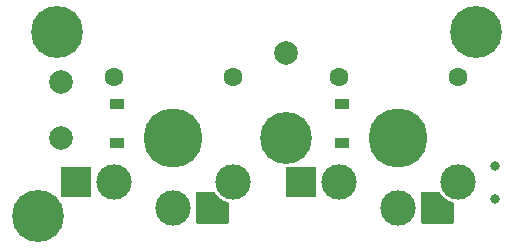
<source format=gbs>
G04 #@! TF.GenerationSoftware,KiCad,Pcbnew,8.0.5*
G04 #@! TF.CreationDate,2024-09-18T07:36:17+09:00*
G04 #@! TF.ProjectId,SandyLP_Middle_Isolated_Area,53616e64-794c-4505-9f4d-6964646c655f,v.0*
G04 #@! TF.SameCoordinates,Original*
G04 #@! TF.FileFunction,Soldermask,Bot*
G04 #@! TF.FilePolarity,Negative*
%FSLAX46Y46*%
G04 Gerber Fmt 4.6, Leading zero omitted, Abs format (unit mm)*
G04 Created by KiCad (PCBNEW 8.0.5) date 2024-09-18 07:36:17*
%MOMM*%
%LPD*%
G01*
G04 APERTURE LIST*
G04 Aperture macros list*
%AMFreePoly0*
4,1,18,0.629926,1.692426,0.637215,1.683591,0.881507,1.322037,1.335531,0.983935,1.781286,0.836983,1.816077,0.807010,1.822500,0.780000,1.822500,-0.950000,1.804926,-0.992426,1.762500,-1.010000,-0.837500,-1.010000,-0.879926,-0.992426,-0.897500,-0.950000,-0.897500,1.650000,-0.879926,1.692426,-0.837500,1.710000,0.587500,1.710000,0.629926,1.692426,0.629926,1.692426,$1*%
G04 Aperture macros list end*
%ADD10C,3.000000*%
%ADD11C,5.000000*%
%ADD12C,1.600000*%
%ADD13FreePoly0,0.000000*%
%ADD14R,2.600000X2.600000*%
%ADD15C,4.400000*%
%ADD16R,1.200000X0.900000*%
%ADD17C,2.000000*%
%ADD18C,0.800000*%
G04 APERTURE END LIST*
D10*
X35108435Y-53375280D03*
D11*
X40108435Y-49625280D03*
D10*
X40108435Y-55575280D03*
D12*
X45108435Y-44475280D03*
D13*
X42920935Y-55925280D03*
D14*
X31833435Y-53375280D03*
D10*
X54158435Y-53375280D03*
D11*
X59158435Y-49625280D03*
D10*
X59158435Y-55575280D03*
D12*
X64158435Y-44475280D03*
D13*
X61970935Y-55925280D03*
D14*
X50883435Y-53375280D03*
D15*
X49633435Y-49625280D03*
D16*
X35345935Y-46784655D03*
X35345935Y-50084655D03*
D17*
X49633435Y-42481530D03*
D10*
X64158435Y-53375280D03*
D12*
X54158435Y-44475280D03*
D18*
X67358435Y-54825280D03*
X67358435Y-52025280D03*
D15*
X28658435Y-56250280D03*
X65758435Y-40650280D03*
X30258435Y-40650280D03*
D17*
X30583435Y-44862780D03*
D16*
X54395935Y-46784655D03*
X54395935Y-50084655D03*
D10*
X45108435Y-53375280D03*
D12*
X35108435Y-44475280D03*
D17*
X30583435Y-49625280D03*
M02*

</source>
